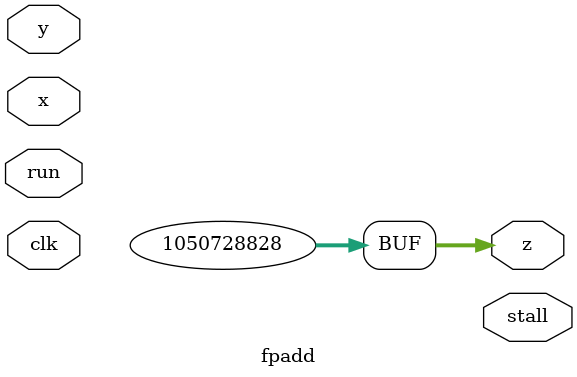
<source format=v>


`timescale 1ns / 1ps
`default_nettype none


module fpadd(clk, run, stall,
             x, y, z);
    input clk;
    input run;
    output stall;
    input [31:0] x;
    input [31:0] y;
    output [31:0] z;

  // fake return = 3.1415927410e-01
  assign z[31:0] = 32'h3EA0D97C;

endmodule

</source>
